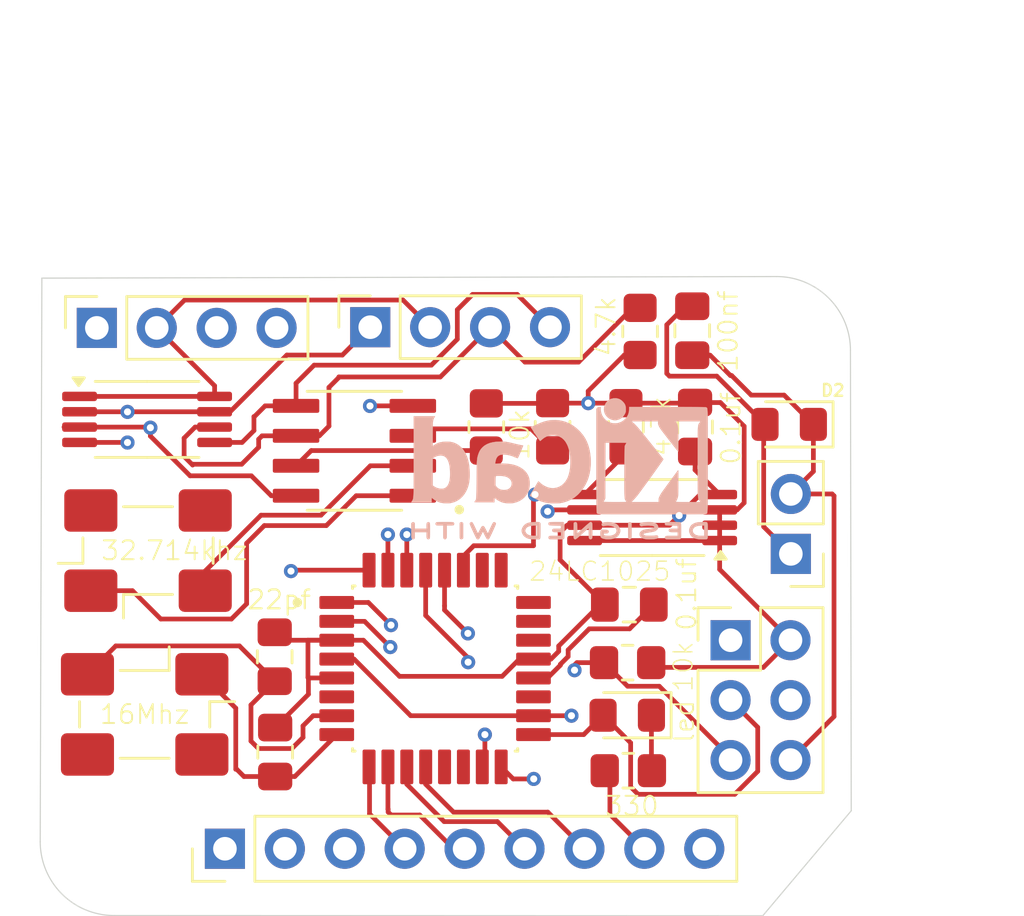
<source format=kicad_pcb>
(kicad_pcb (version 20241229) (generator "pcbnew") (generator_version "9.0")
  (title_block (title "MCU - 4 LAYER") (date "2025-07-26") (rev "R1") (company "ABHISHEK POKHRIYAL"))
  (layers (0 "F.Cu" signal) (4 "In1.Cu" signal) (6 "In2.Cu" signal) (2 "B.Cu" signal) (13 "F.Paste" user) (15 "B.Paste" user) (5 "F.SilkS" user "F.Silkscreen") (7 "B.SilkS" user "B.Silkscreen") (1 "F.Mask" user) (3 "B.Mask" user) (25 "Edge.Cuts" user))
  (net 0 "")
  (net 1 "GND")
  (net 2 "Net-(BT1-+)")
  (net 3 "Net-(U4-AREF)")
  (net 4 "/VCC")
  (net 5 "Net-(U4-PB6)")
  (net 6 "Net-(U4-PB7)")
  (net 7 "/SCL")
  (net 8 "Net-(D1-K)")
  (net 9 "/D7")
  (net 10 "/D8")
  (net 11 "/D5")
  (net 12 "/D2")
  (net 13 "/D4")
  (net 14 "/D6")
  (net 15 "/D3")
  (net 16 "/SDA")
  (net 17 "/TX")
  (net 18 "/RX")
  (net 19 "/MOSI")
  (net 20 "/RESET")
  (net 21 "/MISO")
  (net 22 "Net-(U3-~{INTA})")
  (net 23 "Net-(U3-SQW{slash}~INT)")
  (net 24 "Net-(U3-X1)")
  (net 25 "Net-(U3-X2)")
  (net 35 "/SCk")
  (footprint "Capacitor_SMD:C_0805_2012Metric_Pad1.18x1.45mm_HandSolder" (layer "F.Cu") (at 81.85 141.44 90)
    (property "Reference" "C4" (hide yes))
    (property "Value" "22pf" (at 2.42 0.19 180) (layer "F.SilkS") (effects (font (size 0.8 0.8) (thickness 0.09))))
    (pad "1" smd roundrect (at -1.0375 0 90) (size 1.175 1.45) (layers "F.Cu" "F.Mask" "F.Paste") (roundrect_rratio 0.212766) (net 5 "Net-(U4-PB6)"))
    (pad "2" smd roundrect (at 1.0375 0 90) (size 1.175 1.45) (layers "F.Cu" "F.Mask" "F.Paste") (roundrect_rratio 0.212766) (net 1 "GND"))
  )
  (footprint "LED_SMD:LED_0805_2012Metric_Pad1.15x1.40mm_HandSolder" (layer "F.Cu") (at 103.66 131.59 180)
    (property "Reference" "D2" (hide yes))
    (property "Value" "LED" (hide yes))
    (fp_text user "${REFERENCE}" (at -1.85 1.44 180) (layer "F.SilkS") (effects (font (size 0.5 0.5) (thickness 0.1) (bold yes))))
    (pad "1" smd roundrect (at -1.025 0 180) (size 1.15 1.4) (layers "F.Cu" "F.Mask" "F.Paste") (roundrect_rratio 0.217391) (net 1 "GND"))
    (pad "2" smd roundrect (at 1.025 0 180) (size 1.15 1.4) (layers "F.Cu" "F.Mask" "F.Paste") (roundrect_rratio 0.217391) (net 2 "Net-(BT1-+)"))
  )
  (footprint "Package_SO:TSSOP-8_4.4x3mm_P0.65mm" (layer "F.Cu") (at 97.85 135.54 180)
    (property "Reference" "U1" (hide yes))
    (property "Value" "24LC1025" (at 2.22 -2.28 180) (layer "F.SilkS") (effects (font (size 0.8 0.8) (thickness 0.06))))
    (pad "1" smd roundrect (at -2.8625 -0.975 180) (size 1.475 0.4) (layers "F.Cu" "F.Mask" "F.Paste") (net 4 "/VCC"))
    (pad "2" smd roundrect (at -2.8625 -0.325 180) (size 1.475 0.4) (layers "F.Cu" "F.Mask" "F.Paste") (net 4 "/VCC"))
    (pad "3" smd roundrect (at -2.8625 0.325 180) (size 1.475 0.4) (layers "F.Cu" "F.Mask" "F.Paste") (net 4 "/VCC"))
    (pad "4" smd roundrect (at -2.8625 0.975 180) (size 1.475 0.4) (layers "F.Cu" "F.Mask" "F.Paste") (net 1 "GND"))
    (pad "5" smd roundrect (at 2.8625 0.975 180) (size 1.475 0.4) (layers "F.Cu" "F.Mask" "F.Paste") (net 16 "/SDA"))
    (pad "6" smd roundrect (at 2.8625 0.325 180) (size 1.475 0.4) (layers "F.Cu" "F.Mask" "F.Paste") (net 7 "/SCL"))
    (pad "7" smd roundrect (at 2.8625 -0.325 180) (size 1.475 0.4) (layers "F.Cu" "F.Mask" "F.Paste") (net 1 "GND"))
    (pad "8" smd roundrect (at 2.8625 -0.975 180) (size 1.475 0.4) (layers "F.Cu" "F.Mask" "F.Paste") (net 4 "/VCC"))
  )
  (footprint "LED_SMD:LED_0805_2012Metric_Pad1.15x1.40mm_HandSolder" (layer "F.Cu") (at 96.795 143.92 180)
    (property "Reference" "D1" (hide yes))
    (property "Value" "led" (at -2.425 -0.26 90) (layer "F.SilkS") (effects (font (size 0.8 0.8) (thickness 0.08))))
    (pad "1" smd roundrect (at -1.025 0 180) (size 1.15 1.4) (layers "F.Cu" "F.Mask" "F.Paste") (roundrect_rratio 0.217391) (net 8 "Net-(D1-K)"))
    (pad "2" smd roundrect (at 1.025 0 180) (size 1.15 1.4) (layers "F.Cu" "F.Mask" "F.Paste") (roundrect_rratio 0.217391) (net 35 "/SCk"))
  )
  (footprint "Resistor_SMD:R_0805_2012Metric_Pad1.20x1.40mm_HandSolder" (layer "F.Cu") (at 96.81 141.69)
    (property "Reference" "R6" (hide yes))
    (property "Value" "10k" (at 2.36 0.17 90) (layer "F.SilkS") (effects (font (size 0.8 0.8) (thickness 0.06))))
    (pad "1" smd roundrect (at -1 0) (size 1.2 1.4) (layers "F.Cu" "F.Mask" "F.Paste") (roundrect_rratio 0.208333) (net 20 "/RESET"))
    (pad "2" smd roundrect (at 1 0) (size 1.2 1.4) (layers "F.Cu" "F.Mask" "F.Paste") (roundrect_rratio 0.208333) (net 4 "/VCC"))
  )
  (footprint "Capacitor_SMD:C_0805_2012Metric_Pad1.18x1.45mm_HandSolder" (layer "F.Cu") (at 99.55 127.62 90)
    (property "Reference" "C3" (hide yes))
    (property "Value" "100nf" (at -0.02 1.52 90) (layer "F.SilkS") (effects (font (size 0.8 0.8) (thickness 0.08))))
    (pad "1" smd roundrect (at -1.0375 0 90) (size 1.175 1.45) (layers "F.Cu" "F.Mask" "F.Paste") (roundrect_rratio 0.212766) (net 1 "GND"))
    (pad "2" smd roundrect (at 1.0375 0 90) (size 1.175 1.45) (layers "F.Cu" "F.Mask" "F.Paste") (roundrect_rratio 0.212766) (net 2 "Net-(BT1-+)"))
  )
  (footprint "MountingHole:MountingHole_2.1mm" (layer "F.Cu") (at 103.51 128.01)
    (property "Reference" "H1" (hide yes))
    (property "Value" "MountingHole" (hide yes))
    (pad "" np_thru_hole circle (at 0 0) (size 2.1 2.1) (drill 2.1) (layers "*.Cu" "*.Mask"))
  )
  (footprint "Connector_PinHeader_2.54mm:PinHeader_2x03_P2.54mm_Vertical" (layer "F.Cu") (at 101.175 140.74)
    (property "Reference" "J4" (hide yes))
    (property "Value" "Conn_02x03_Odd_Even" (hide yes))
    (pad "1" thru_hole rect (at 0 0) (size 1.7 1.7) (drill 1) (layers "*.Cu" "*.Mask") (net 21 "/MISO"))
    (pad "2" thru_hole circle (at 2.54 0) (size 1.7 1.7) (drill 1) (layers "*.Cu" "*.Mask") (net 4 "/VCC"))
    (pad "3" thru_hole circle (at 0 2.54) (size 1.7 1.7) (drill 1) (layers "*.Cu" "*.Mask") (net 35 "/SCk"))
    (pad "4" thru_hole circle (at 2.54 2.54) (size 1.7 1.7) (drill 1) (layers "*.Cu" "*.Mask") (net 19 "/MOSI"))
    (pad "5" thru_hole circle (at 0 5.08) (size 1.7 1.7) (drill 1) (layers "*.Cu" "*.Mask") (net 20 "/RESET"))
    (pad "6" thru_hole circle (at 2.54 5.08) (size 1.7 1.7) (drill 1) (layers "*.Cu" "*.Mask") (net 1 "GND"))
  )
  (footprint "Oscillator:Oscillator_SMD_Fordahl_DFAS15-4Pin_5.0x3.2mm_HandSoldering" (layer "F.Cu") (at 76.48 136.94)
    (property "Reference" "Y1" (hide yes))
    (property "Value" "32.714khz" (at 1.12 0 0) (layer "F.SilkS") (effects (font (size 0.8 0.8) (thickness 0.08))))
    (pad "1" smd roundrect (at -2.425 1.7) (size 2.25 1.8) (layers "F.Cu" "F.Mask" "F.Paste") (roundrect_rratio 0.138889) (net 24 "Net-(U3-X1)"))
    (pad "2" smd roundrect (at 2.425 1.7) (size 2.25 1.8) (layers "F.Cu" "F.Mask" "F.Paste") (roundrect_rratio 0.138889) (net 25 "Net-(U3-X2)"))
    (pad "3" smd roundrect (at 2.425 -1.7) (size 2.25 1.8) (layers "F.Cu" "F.Mask" "F.Paste") (roundrect_rratio 0.138889))
    (pad "4" smd roundrect (at -2.425 -1.7) (size 2.25 1.8) (layers "F.Cu" "F.Mask" "F.Paste") (roundrect_rratio 0.138889))
  )
  (footprint "Resistor_SMD:R_0805_2012Metric_Pad1.20x1.40mm_HandSolder" (layer "F.Cu") (at 93.63 131.69 90)
    (property "Reference" "R4" (hide yes))
    (property "Value" "10k" (hide yes))
    (pad "1" smd roundrect (at -1 0 90) (size 1.2 1.4) (layers "F.Cu" "F.Mask" "F.Paste") (roundrect_rratio 0.208333) (net 22 "Net-(U3-~{INTA})"))
    (pad "2" smd roundrect (at 1 0 90) (size 1.2 1.4) (layers "F.Cu" "F.Mask" "F.Paste") (roundrect_rratio 0.208333) (net 4 "/VCC"))
  )
  (footprint "MountingHole:MountingHole_2.1mm" (layer "F.Cu") (at 75.4 149.46)
    (property "Reference" "H2" (hide yes))
    (property "Value" "MountingHole" (hide yes))
    (pad "" np_thru_hole circle (at 0 0) (size 2.1 2.1) (drill 2.1) (layers "*.Cu" "*.Mask"))
  )
  (footprint "Resistor_SMD:R_0805_2012Metric_Pad1.20x1.40mm_HandSolder" (layer "F.Cu") (at 96.84 146.27)
    (property "Reference" "R2" (hide yes))
    (property "Value" "330" (at 0.15 1.5 180) (layer "F.SilkS") (effects (font (size 0.8 0.8) (thickness 0.08))))
    (pad "1" smd roundrect (at -1 0) (size 1.2 1.4) (layers "F.Cu" "F.Mask" "F.Paste") (roundrect_rratio 0.208333) (net 1 "GND"))
    (pad "2" smd roundrect (at 1 0) (size 1.2 1.4) (layers "F.Cu" "F.Mask" "F.Paste") (roundrect_rratio 0.208333) (net 8 "Net-(D1-K)"))
  )
  (footprint "Resistor_SMD:R_0805_2012Metric_Pad1.20x1.40mm_HandSolder" (layer "F.Cu") (at 97.34 127.65 -90)
    (property "Reference" "R7" (hide yes))
    (property "Value" "4.7k" (at -0.21 1.45 90) (layer "F.SilkS") (effects (font (size 0.8 0.8) (thickness 0.08))))
    (pad "1" smd roundrect (at -1 0 270) (size 1.2 1.4) (layers "F.Cu" "F.Mask" "F.Paste") (roundrect_rratio 0.208333) (net 7 "/SCL"))
    (pad "2" smd roundrect (at 1 0 270) (size 1.2 1.4) (layers "F.Cu" "F.Mask" "F.Paste") (roundrect_rratio 0.208333) (net 4 "/VCC"))
  )
  (footprint "Connector_PinSocket_2.54mm:PinSocket_1x04_P2.54mm_Vertical" (layer "F.Cu") (at 85.9 127.47 90)
    (property "Reference" "J2" (hide yes))
    (property "Value" "Conn_01x04_Pin" (hide yes))
    (pad "1" thru_hole rect (at 0 0 90) (size 1.7 1.7) (drill 1) (layers "*.Cu" "*.Mask") (net 1 "GND"))
    (pad "2" thru_hole circle (at 0 2.54 90) (size 1.7 1.7) (drill 1) (layers "*.Cu" "*.Mask") (net 4 "/VCC"))
    (pad "3" thru_hole circle (at 0 5.08 90) (size 1.7 1.7) (drill 1) (layers "*.Cu" "*.Mask") (net 7 "/SCL"))
    (pad "4" thru_hole circle (at 0 7.62 90) (size 1.7 1.7) (drill 1) (layers "*.Cu" "*.Mask") (net 16 "/SDA"))
  )
  (footprint "Package_SO:TSSOP-8_4.4x3mm_P0.65mm" (layer "F.Cu") (at 76.44 131.38)
    (property "Reference" "U2" (hide yes))
    (property "Value" "24LC1025" (hide yes))
    (pad "1" smd roundrect (at -2.8625 -0.975) (size 1.475 0.4) (layers "F.Cu" "F.Mask" "F.Paste") (net 4 "/VCC"))
    (pad "2" smd roundrect (at -2.8625 -0.325) (size 1.475 0.4) (layers "F.Cu" "F.Mask" "F.Paste") (net 1 "GND"))
    (pad "3" smd roundrect (at -2.8625 0.325) (size 1.475 0.4) (layers "F.Cu" "F.Mask" "F.Paste") (net 4 "/VCC"))
    (pad "4" smd roundrect (at -2.8625 0.975) (size 1.475 0.4) (layers "F.Cu" "F.Mask" "F.Paste") (net 1 "GND"))
    (pad "5" smd roundrect (at 2.8625 0.975) (size 1.475 0.4) (layers "F.Cu" "F.Mask" "F.Paste") (net 16 "/SDA"))
    (pad "6" smd roundrect (at 2.8625 0.325) (size 1.475 0.4) (layers "F.Cu" "F.Mask" "F.Paste") (net 7 "/SCL"))
    (pad "7" smd roundrect (at 2.8625 -0.325) (size 1.475 0.4) (layers "F.Cu" "F.Mask" "F.Paste") (net 1 "GND"))
    (pad "8" smd roundrect (at 2.8625 -0.975) (size 1.475 0.4) (layers "F.Cu" "F.Mask" "F.Paste") (net 4 "/VCC"))
  )
  (footprint "Resistor_SMD:R_0805_2012Metric_Pad1.20x1.40mm_HandSolder" (layer "F.Cu") (at 96.74 131.69 90)
    (property "Reference" "R3" (hide yes))
    (property "Value" "4.7k" (at 0.02 1.49 90) (layer "F.SilkS") (effects (font (size 0.8 0.8) (thickness 0.08))))
    (pad "1" smd roundrect (at -1 0 90) (size 1.2 1.4) (layers "F.Cu" "F.Mask" "F.Paste") (roundrect_rratio 0.208333) (net 16 "/SDA"))
    (pad "2" smd roundrect (at 1 0 90) (size 1.2 1.4) (layers "F.Cu" "F.Mask" "F.Paste") (roundrect_rratio 0.208333) (net 4 "/VCC"))
  )
  (footprint "DS1337S_:SOIC127P600X175-8N" (layer "F.Cu") (at 85.23 132.71 180)
    (property "Reference" "U3" (hide yes))
    (property "Value" "DS1337S_" (hide yes))
    (pad "1" smd roundrect (at -2.475 -1.905 180) (size 1.97 0.59) (layers "F.Cu" "F.Mask" "F.Paste") (roundrect_rratio 0.125) (net 24 "Net-(U3-X1)"))
    (pad "2" smd roundrect (at -2.475 -0.635 180) (size 1.97 0.59) (layers "F.Cu" "F.Mask" "F.Paste") (roundrect_rratio 0.125) (net 25 "Net-(U3-X2)"))
    (pad "3" smd roundrect (at -2.475 0.635 180) (size 1.97 0.59) (layers "F.Cu" "F.Mask" "F.Paste") (roundrect_rratio 0.125) (net 22 "Net-(U3-~{INTA})"))
    (pad "4" smd roundrect (at -2.475 1.905 180) (size 1.97 0.59) (layers "F.Cu" "F.Mask" "F.Paste") (roundrect_rratio 0.125) (net 1 "GND"))
    (pad "5" smd roundrect (at 2.475 1.905 180) (size 1.97 0.59) (layers "F.Cu" "F.Mask" "F.Paste") (roundrect_rratio 0.125) (net 16 "/SDA"))
    (pad "6" smd roundrect (at 2.475 0.635 180) (size 1.97 0.59) (layers "F.Cu" "F.Mask" "F.Paste") (roundrect_rratio 0.125) (net 7 "/SCL"))
    (pad "7" smd roundrect (at 2.475 -0.635 180) (size 1.97 0.59) (layers "F.Cu" "F.Mask" "F.Paste") (roundrect_rratio 0.125) (net 23 "Net-(U3-SQW{slash}~INT)"))
    (pad "8" smd roundrect (at 2.475 -1.905 180) (size 1.97 0.59) (layers "F.Cu" "F.Mask" "F.Paste") (roundrect_rratio 0.125) (net 4 "/VCC"))
  )
  (footprint "Capacitor_SMD:C_0805_2012Metric_Pad1.18x1.45mm_HandSolder" (layer "F.Cu") (at 99.67 131.7025 90)
    (property "Reference" "C2" (hide yes))
    (property "Value" "0.1uf" (at -0.0575 1.52 90) (layer "F.SilkS") (effects (font (size 0.8 0.8) (thickness 0.08))))
    (pad "1" smd roundrect (at -1.0375 0 90) (size 1.175 1.45) (layers "F.Cu" "F.Mask" "F.Paste") (roundrect_rratio 0.212766) (net 1 "GND"))
    (pad "2" smd roundrect (at 1.0375 0 90) (size 1.175 1.45) (layers "F.Cu" "F.Mask" "F.Paste") (roundrect_rratio 0.212766) (net 4 "/VCC"))
  )
  (footprint "Resistor_SMD:R_0805_2012Metric_Pad1.20x1.40mm_HandSolder" (layer "F.Cu") (at 90.82 131.7 90)
    (property "Reference" "R5" (hide yes))
    (property "Value" "10k" (at -0.32 1.42 270) (layer "F.SilkS") (effects (font (size 0.8 0.8) (thickness 0.08))))
    (pad "1" smd roundrect (at -1 0 90) (size 1.2 1.4) (layers "F.Cu" "F.Mask" "F.Paste") (roundrect_rratio 0.208333) (net 23 "Net-(U3-SQW{slash}~INT)"))
    (pad "2" smd roundrect (at 1 0 90) (size 1.2 1.4) (layers "F.Cu" "F.Mask" "F.Paste") (roundrect_rratio 0.208333) (net 4 "/VCC"))
  )
  (footprint "Connector_PinHeader_2.54mm:PinHeader_1x09_P2.54mm_Vertical" (layer "F.Cu") (at 79.74 149.58 90)
    (property "Reference" "J1" (hide yes))
    (property "Value" "Conn_01x09_Pin" (hide yes))
    (pad "1" thru_hole rect (at 0 0 90) (size 1.7 1.7) (drill 1) (layers "*.Cu" "*.Mask") (net 12 "/D2"))
    (pad "2" thru_hole circle (at 0 2.54 90) (size 1.7 1.7) (drill 1) (layers "*.Cu" "*.Mask") (net 15 "/D3"))
    (pad "3" thru_hole circle (at 0 5.08 90) (size 1.7 1.7) (drill 1) (layers "*.Cu" "*.Mask") (net 13 "/D4"))
    (pad "4" thru_hole circle (at 0 7.62 90) (size 1.7 1.7) (drill 1) (layers "*.Cu" "*.Mask") (net 11 "/D5"))
    (pad "5" thru_hole circle (at 0 10.16 90) (size 1.7 1.7) (drill 1) (layers "*.Cu" "*.Mask") (net 14 "/D6"))
    (pad "6" thru_hole circle (at 0 12.7 90) (size 1.7 1.7) (drill 1) (layers "*.Cu" "*.Mask") (net 9 "/D7"))
    (pad "7" thru_hole circle (at 0 15.24 90) (size 1.7 1.7) (drill 1) (layers "*.Cu" "*.Mask") (net 10 "/D8"))
    (pad "8" thru_hole circle (at 0 17.78 90) (size 1.7 1.7) (drill 1) (layers "*.Cu" "*.Mask") (net 1 "GND"))
    (pad "9" thru_hole circle (at 0 20.32 90) (size 1.7 1.7) (drill 1) (layers "*.Cu" "*.Mask") (net 4 "/VCC"))
  )
  (footprint "ATMEGA328P-AU:QFP80P900X900X120-32N" (layer "F.Cu") (at 88.65 141.94)
    (property "Reference" "U4" (hide yes))
    (property "Value" "ATMEGA328P-AU" (hide yes))
    (pad "1" smd roundrect (at -4.17 -2.8) (size 1.47 0.55) (layers "F.Cu" "F.Mask" "F.Paste") (roundrect_rratio 0.125) (net 15 "/D3"))
    (pad "2" smd roundrect (at -4.17 -2) (size 1.47 0.55) (layers "F.Cu" "F.Mask" "F.Paste") (roundrect_rratio 0.125) (net 13 "/D4"))
    (pad "3" smd roundrect (at -4.17 -1.2) (size 1.47 0.55) (layers "F.Cu" "F.Mask" "F.Paste") (roundrect_rratio 0.125) (net 1 "GND"))
    (pad "4" smd roundrect (at -4.17 -0.4) (size 1.47 0.55) (layers "F.Cu" "F.Mask" "F.Paste") (roundrect_rratio 0.125) (net 2 "Net-(BT1-+)"))
    (pad "5" smd roundrect (at -4.17 0.4) (size 1.47 0.55) (layers "F.Cu" "F.Mask" "F.Paste") (roundrect_rratio 0.125) (net 1 "GND"))
    (pad "6" smd roundrect (at -4.17 1.2) (size 1.47 0.55) (layers "F.Cu" "F.Mask" "F.Paste") (roundrect_rratio 0.125))
    (pad "7" smd roundrect (at -4.17 2) (size 1.47 0.55) (layers "F.Cu" "F.Mask" "F.Paste") (roundrect_rratio 0.125) (net 5 "Net-(U4-PB6)"))
    (pad "8" smd roundrect (at -4.17 2.8) (size 1.47 0.55) (layers "F.Cu" "F.Mask" "F.Paste") (roundrect_rratio 0.125) (net 6 "Net-(U4-PB7)"))
    (pad "9" smd roundrect (at -2.8 4.17) (size 0.55 1.47) (layers "F.Cu" "F.Mask" "F.Paste") (roundrect_rratio 0.125) (net 11 "/D5"))
    (pad "10" smd roundrect (at -2 4.17) (size 0.55 1.47) (layers "F.Cu" "F.Mask" "F.Paste") (roundrect_rratio 0.125) (net 14 "/D6"))
    (pad "11" smd roundrect (at -1.2 4.17) (size 0.55 1.47) (layers "F.Cu" "F.Mask" "F.Paste") (roundrect_rratio 0.125) (net 9 "/D7"))
    (pad "12" smd roundrect (at -0.4 4.17) (size 0.55 1.47) (layers "F.Cu" "F.Mask" "F.Paste") (roundrect_rratio 0.125) (net 10 "/D8"))
    (pad "13" smd roundrect (at 0.4 4.17) (size 0.55 1.47) (layers "F.Cu" "F.Mask" "F.Paste") (roundrect_rratio 0.125))
    (pad "14" smd roundrect (at 1.2 4.17) (size 0.55 1.47) (layers "F.Cu" "F.Mask" "F.Paste") (roundrect_rratio 0.125))
    (pad "15" smd roundrect (at 2 4.17) (size 0.55 1.47) (layers "F.Cu" "F.Mask" "F.Paste") (roundrect_rratio 0.125) (net 19 "/MOSI"))
    (pad "16" smd roundrect (at 2.8 4.17) (size 0.55 1.47) (layers "F.Cu" "F.Mask" "F.Paste") (roundrect_rratio 0.125) (net 21 "/MISO"))
    (pad "17" smd roundrect (at 4.17 2.8) (size 1.47 0.55) (layers "F.Cu" "F.Mask" "F.Paste") (roundrect_rratio 0.125) (net 35 "/SCk"))
    (pad "18" smd roundrect (at 4.17 2) (size 1.47 0.55) (layers "F.Cu" "F.Mask" "F.Paste") (roundrect_rratio 0.125) (net 2 "Net-(BT1-+)"))
    (pad "19" smd roundrect (at 4.17 1.2) (size 1.47 0.55) (layers "F.Cu" "F.Mask" "F.Paste") (roundrect_rratio 0.125))
    (pad "20" smd roundrect (at 4.17 0.4) (size 1.47 0.55) (layers "F.Cu" "F.Mask" "F.Paste") (roundrect_rratio 0.125) (net 3 "Net-(U4-AREF)"))
    (pad "21" smd roundrect (at 4.17 -0.4) (size 1.47 0.55) (layers "F.Cu" "F.Mask" "F.Paste") (roundrect_rratio 0.125) (net 1 "GND"))
    (pad "22" smd roundrect (at 4.17 -1.2) (size 1.47 0.55) (layers "F.Cu" "F.Mask" "F.Paste") (roundrect_rratio 0.125))
    (pad "23" smd roundrect (at 4.17 -2) (size 1.47 0.55) (layers "F.Cu" "F.Mask" "F.Paste") (roundrect_rratio 0.125))
    (pad "24" smd roundrect (at 4.17 -2.8) (size 1.47 0.55) (layers "F.Cu" "F.Mask" "F.Paste") (roundrect_rratio 0.125))
    (pad "25" smd roundrect (at 2.8 -4.17) (size 0.55 1.47) (layers "F.Cu" "F.Mask" "F.Paste") (roundrect_rratio 0.125))
    (pad "26" smd roundrect (at 2 -4.17) (size 0.55 1.47) (layers "F.Cu" "F.Mask" "F.Paste") (roundrect_rratio 0.125))
    (pad "27" smd roundrect (at 1.2 -4.17) (size 0.55 1.47) (layers "F.Cu" "F.Mask" "F.Paste") (roundrect_rratio 0.125) (net 16 "/SDA"))
    (pad "28" smd roundrect (at 0.4 -4.17) (size 0.55 1.47) (layers "F.Cu" "F.Mask" "F.Paste") (roundrect_rratio 0.125) (net 7 "/SCL"))
    (pad "29" smd roundrect (at -0.4 -4.17) (size 0.55 1.47) (layers "F.Cu" "F.Mask" "F.Paste") (roundrect_rratio 0.125) (net 20 "/RESET"))
    (pad "30" smd roundrect (at -1.2 -4.17) (size 0.55 1.47) (layers "F.Cu" "F.Mask" "F.Paste") (roundrect_rratio 0.125) (net 17 "/TX"))
    (pad "31" smd roundrect (at -2 -4.17) (size 0.55 1.47) (layers "F.Cu" "F.Mask" "F.Paste") (roundrect_rratio 0.125) (net 18 "/RX"))
    (pad "32" smd roundrect (at -2.8 -4.17) (size 0.55 1.47) (layers "F.Cu" "F.Mask" "F.Paste") (roundrect_rratio 0.125) (net 12 "/D2"))
  )
  (footprint "Oscillator:Oscillator_SMD_Fordahl_DFAS15-4Pin_5.0x3.2mm_HandSoldering" (layer "F.Cu") (at 76.3375 143.8825 180)
    (property "Reference" "Y2" (hide yes))
    (property "Value" "16Mhz" (at 0 0 0) (layer "F.SilkS") (effects (font (size 0.8 0.8) (thickness 0.08))))
    (pad "1" smd roundrect (at -2.425 1.7 180) (size 2.25 1.8) (layers "F.Cu" "F.Mask" "F.Paste") (roundrect_rratio 0.138889) (net 6 "Net-(U4-PB7)"))
    (pad "2" smd roundrect (at 2.425 1.7 180) (size 2.25 1.8) (layers "F.Cu" "F.Mask" "F.Paste") (roundrect_rratio 0.138889) (net 5 "Net-(U4-PB6)"))
    (pad "3" smd roundrect (at 2.425 -1.7 180) (size 2.25 1.8) (layers "F.Cu" "F.Mask" "F.Paste") (roundrect_rratio 0.138889))
    (pad "4" smd roundrect (at -2.425 -1.7 180) (size 2.25 1.8) (layers "F.Cu" "F.Mask" "F.Paste") (roundrect_rratio 0.138889))
  )
  (footprint "Capacitor_SMD:C_0805_2012Metric_Pad1.18x1.45mm_HandSolder" (layer "F.Cu") (at 81.87 145.48 -90)
    (property "Reference" "C5" (hide yes))
    (property "Value" "22pf" (hide yes))
    (pad "1" smd roundrect (at -1.0375 0 270) (size 1.175 1.45) (layers "F.Cu" "F.Mask" "F.Paste") (roundrect_rratio 0.212766) (net 1 "GND"))
    (pad "2" smd roundrect (at 1.0375 0 270) (size 1.175 1.45) (layers "F.Cu" "F.Mask" "F.Paste") (roundrect_rratio 0.212766) (net 6 "Net-(U4-PB7)"))
  )
  (footprint "Connector_PinSocket_2.54mm:PinSocket_1x04_P2.54mm_Vertical" (layer "F.Cu") (at 74.31 127.5 90)
    (property "Reference" "J3" (hide yes))
    (property "Value" "Conn_01x04_Pin" (hide yes))
    (pad "1" thru_hole rect (at 0 0 90) (size 1.7 1.7) (drill 1) (layers "*.Cu" "*.Mask") (net 1 "GND"))
    (pad "2" thru_hole circle (at 0 2.54 90) (size 1.7 1.7) (drill 1) (layers "*.Cu" "*.Mask") (net 4 "/VCC"))
    (pad "3" thru_hole circle (at 0 5.08 90) (size 1.7 1.7) (drill 1) (layers "*.Cu" "*.Mask") (net 18 "/RX"))
    (pad "4" thru_hole circle (at 0 7.62 90) (size 1.7 1.7) (drill 1) (layers "*.Cu" "*.Mask") (net 17 "/TX"))
  )
  (footprint "Capacitor_SMD:C_0805_2012Metric_Pad1.18x1.45mm_HandSolder" (layer "F.Cu") (at 96.8825 139.23)
    (property "Reference" "C1" (hide yes))
    (property "Value" "0.1uf" (at 2.4275 -0.43 90) (layer "F.SilkS") (effects (font (size 0.8 0.8) (thickness 0.08))))
    (pad "1" smd roundrect (at -1.0375 0) (size 1.175 1.45) (layers "F.Cu" "F.Mask" "F.Paste") (roundrect_rratio 0.212766) (net 1 "GND"))
    (pad "2" smd roundrect (at 1.0375 0) (size 1.175 1.45) (layers "F.Cu" "F.Mask" "F.Paste") (roundrect_rratio 0.212766) (net 3 "Net-(U4-AREF)"))
  )
  (footprint "Connector_PinHeader_2.54mm:PinHeader_1x02_P2.54mm_Vertical" (layer "F.Cu") (at 103.73 137.08 180)
    (property "Reference" "BT1" (hide yes))
    (property "Value" "Battery" (hide yes))
    (pad "1" thru_hole rect (at 0 0 180) (size 1.7 1.7) (drill 1) (layers "*.Cu" "*.Mask") (net 2 "Net-(BT1-+)"))
    (pad "2" thru_hole circle (at 0 2.54 180) (size 1.7 1.7) (drill 1) (layers "*.Cu" "*.Mask") (net 1 "GND"))
  )
  (footprint "Symbol:KiCad-Logo2_5mm_SilkScreen" (layer "B.Cu") (at 93.93 133.46 180)
    (property "Reference" "REF**" (hide yes))
    (property "Value" "KiCad-Logo2_5mm_SilkScreen" (hide yes))
  )
  (gr_arc (start 103.126756 125.323244) (mid 105.34 126.24) (end 106.256756 128.453244) (stroke (width 0.05)) (layer "Edge.Cuts"))
  (gr_line (start 71.98 125.39) (end 103.126756 125.323244) (stroke (width 0.05)) (layer "Edge.Cuts"))
  (gr_line (start 106.29 147.97) (end 102.54 152.42) (stroke (width 0.05)) (layer "Edge.Cuts"))
  (gr_arc (start 75.04 152.41) (mid 72.826756 151.493244) (end 71.91 149.28) (stroke (width 0.05)) (layer "Edge.Cuts"))
  (gr_line (start 71.91 149.28) (end 71.98 125.39) (stroke (width 0.05)) (layer "Edge.Cuts"))
  (gr_line (start 106.256756 128.45325) (end 106.29 147.97) (stroke (width 0.05)) (layer "Edge.Cuts"))
  (gr_line (start 102.54 152.42) (end 75.04 152.41) (stroke (width 0.05)) (layer "Edge.Cuts"))
  (segment (start 85.795 130.805) (end 85.885 130.805) (width 0.2) (layer "F.Cu") (net 1))
  (segment (start 85.610057 140.74) (end 87.141057 142.271) (width 0.2) (layer "F.Cu") (net 1))
  (segment (start 101.22 129.52) (end 102.05 130.35) (width 0.2) (layer "F.Cu") (net 1))
  (segment (start 75.605 132.355) (end 75.61 132.36) (width 0.2) (layer "F.Cu") (net 1))
  (segment (start 100.3075 128.6575) (end 101.17 129.52) (width 0.2) (layer "F.Cu") (net 1))
  (segment (start 87.705 130.805) (end 85.795 130.805) (width 0.2) (layer "F.Cu") (net 1))
  (segment (start 93.56 141.54) (end 93.889 141.211) (width 0.2) (layer "F.Cu") (net 1))
  (segment (start 82.36387 128.651) (end 79.95987 131.055) (width 0.2) (layer "F.Cu") (net 1))
  (segment (start 81.87 144.4425) (end 83.28 143.0325) (width 0.2) (layer "F.Cu") (net 1))
  (segment (start 83.28 142.34) (end 84.48 142.34) (width 0.2) (layer "F.Cu") (net 1))
  (segment (start 102.05 130.35) (end 103.445 130.35) (width 0.2) (layer "F.Cu") (net 1))
  (segment (start 103.73 134.54) (end 105.48 134.54) (width 0.2) (layer "F.Cu") (net 1))
  (segment (start 103.445 130.35) (end 104.685 131.59) (width 0.2) (layer "F.Cu") (net 1))
  (segment (start 99.885 134.565) (end 100.7125 134.565) (width 0.2) (layer "F.Cu") (net 1))
  (segment (start 99.55 128.6575) (end 100.3075 128.6575) (width 0.2) (layer "F.Cu") (net 1))
  (segment (start 96.06 148.12) (end 97.52 149.58) (width 0.2) (layer "F.Cu") (net 1))
  (segment (start 96.06 146.49) (end 96.06 148.12) (width 0.2) (layer "F.Cu") (net 1))
  (segment (start 92.222688 141.54) (end 92.82 141.54) (width 0.2) (layer "F.Cu") (net 1))
  (segment (start 83.25 140.74) (end 83.26 140.75) (width 0.2) (layer "F.Cu") (net 1))
  (segment (start 91.491688 142.271) (end 92.222688 141.54) (width 0.2) (layer "F.Cu") (net 1))
  (segment (start 98.995 135.455) (end 99.035 135.415) (width 0.2) (layer "F.Cu") (net 1))
  (segment (start 83.26 142.32) (end 83.28 142.34) (width 0.2) (layer "F.Cu") (net 1))
  (segment (start 93.889 140.9839) (end 95.6429 139.23) (width 0.2) (layer "F.Cu") (net 1))
  (segment (start 99.67 132.74) (end 99.67 133.5225) (width 0.2) (layer "F.Cu") (net 1))
  (segment (start 95.84 146.27) (end 96.06 146.49) (width 0.2) (layer "F.Cu") (net 1))
  (segment (start 99.67 128.61) (end 99.91 128.37) (width 0.2) (layer "F.Cu") (net 1))
  (segment (start 94.9875 135.865) (end 98.585 135.865) (width 0.2) (layer "F.Cu") (net 1))
  (segment (start 84.48 140.74) (end 85.610057 140.74) (width 0.2) (layer "F.Cu") (net 1))
  (segment (start 105.56 134.62) (end 105.56 143.975) (width 0.2) (layer "F.Cu") (net 1))
  (segment (start 81.85 140.4025) (end 82.1875 140.74) (width 0.2) (layer "F.Cu") (net 1))
  (segment (start 92.82 141.54) (end 93.56 141.54) (width 0.2) (layer "F.Cu") (net 1))
  (segment (start 104.685 133.585) (end 103.73 134.54) (width 0.2) (layer "F.Cu") (net 1))
  (segment (start 93.949 137.334) (end 93.949 136.166001) (width 0.2) (layer "F.Cu") (net 1))
  (segment (start 85.885 130.805) (end 85.89 130.81) (width 0.2) (layer "F.Cu") (net 1))
  (segment (start 75.6 131.055) (end 73.5775 131.055) (width 0.2) (layer "F.Cu") (net 1))
  (segment (start 82.1875 140.74) (end 84.48 140.74) (width 0.2) (layer "F.Cu") (net 1))
  (segment (start 84.719 128.651) (end 82.36387 128.651) (width 0.2) (layer "F.Cu") (net 1))
  (segment (start 73.5775 132.355) (end 75.605 132.355) (width 0.2) (layer "F.Cu") (net 1))
  (segment (start 105.48 134.54) (end 105.56 134.62) (width 0.2) (layer "F.Cu") (net 1))
  (segment (start 95.6429 139.23) (end 95.845 139.23) (width 0.2) (layer "F.Cu") (net 1))
  (segment (start 101.17 129.52) (end 101.22 129.52) (width 0.2) (layer "F.Cu") (net 1))
  (segment (start 84.48 140.74) (end 83.25 140.74) (width 0.2) (layer "F.Cu") (net 1))
  (segment (start 79.95987 131.055) (end 79.3025 131.055) (width 0.2) (layer "F.Cu") (net 1))
  (segment (start 105.56 143.975) (end 103.715 145.82) (width 0.2) (layer "F.Cu") (net 1))
  (segment (start 83.26 140.75) (end 83.26 142.32) (width 0.2) (layer "F.Cu") (net 1))
  (segment (start 98.585 135.865) (end 99.035 135.415) (width 0.2) (layer "F.Cu") (net 1))
  (segment (start 87.141057 142.271) (end 91.491688 142.271) (width 0.2) (layer "F.Cu") (net 1))
  (segment (start 104.685 131.59) (end 104.685 133.585) (width 0.2) (layer "F.Cu") (net 1))
  (segment (start 99.67 133.5225) (end 100.7125 134.565) (width 0.2) (layer "F.Cu") (net 1))
  (segment (start 99.035 135.415) (end 99.885 134.565) (width 0.2) (layer "F.Cu") (net 1))
  (segment (start 79.3025 131.055) (end 75.6 131.055) (width 0.2) (layer "F.Cu") (net 1))
  (segment (start 94.250001 135.865) (end 94.9875 135.865) (width 0.2) (layer "F.Cu") (net 1))
  (segment (start 73.5775 131.055) (end 74.23487 131.055) (width 0.2) (layer "F.Cu") (net 1))
  (segment (start 85.9 127.47) (end 84.719 128.651) (width 0.2) (layer "F.Cu") (net 1))
  (segment (start 83.28 143.0325) (end 83.28 142.34) (width 0.2) (layer "F.Cu") (net 1))
  (segment (start 93.889 141.211) (end 93.889 140.9839) (width 0.2) (layer "F.Cu") (net 1))
  (segment (start 95.845 139.23) (end 93.949 137.334) (width 0.2) (layer "F.Cu") (net 1))
  (segment (start 93.949 136.166001) (end 94.250001 135.865) (width 0.2) (layer "F.Cu") (net 1))
  (via (at 75.61 132.36) (size 0.6) (drill 0.3) (layers "F.Cu" "B.Cu") (net 1))
  (via (at 98.995 135.455) (size 0.6) (drill 0.3) (layers "F.Cu" "B.Cu") (net 1))
  (via (at 85.89 130.81) (size 0.6) (drill 0.3) (layers "F.Cu" "B.Cu") (net 1))
  (via (at 75.61 131.06) (size 0.6) (drill 0.3) (layers "F.Cu" "B.Cu") (net 1))
  (segment (start 102.579 135.929) (end 103.73 137.08) (width 0.2) (layer "F.Cu") (net 2))
  (segment (start 87.615 143.94) (end 92.82 143.94) (width 0.2) (layer "F.Cu") (net 2))
  (segment (start 92.82 143.94) (end 94.43 143.94) (width 0.2) (layer "F.Cu") (net 2))
  (segment (start 102.635 131.59) (end 100.591 129.546) (width 0.2) (layer "F.Cu") (net 2))
  (segment (start 84.48 141.54) (end 85.215 141.54) (width 0.2) (layer "F.Cu") (net 2))
  (segment (start 102.579 131.646) (end 102.579 135.929) (width 0.2) (layer "F.Cu") (net 2))
  (segment (start 102.635 131.59) (end 102.579 131.646) (width 0.2) (layer "F.Cu") (net 2))
  (segment (start 98.47 129.43) (end 98.47 127.37) (width 0.2) (layer "F.Cu") (net 2))
  (segment (start 100.591 129.546) (end 98.586 129.546) (width 0.2) (layer "F.Cu") (net 2))
  (segment (start 98.47 127.37) (end 99.2575 126.5825) (width 0.2) (layer "F.Cu") (net 2))
  (segment (start 98.586 129.546) (end 98.47 129.43) (width 0.2) (layer "F.Cu") (net 2))
  (segment (start 85.215 141.54) (end 87.615 143.94) (width 0.2) (layer "F.Cu") (net 2))
  (segment (start 99.2575 126.5825) (end 99.55 126.5825) (width 0.2) (layer "F.Cu") (net 2))
  (via (at 94.43 143.94) (size 0.6) (drill 0.3) (layers "F.Cu" "B.Cu") (net 2))
  (segment (start 96.894 140.256) (end 95.184 140.256) (width 0.2) (layer "F.Cu") (net 3))
  (segment (start 93.959 141.798312) (end 93.417312 142.34) (width 0.2) (layer "F.Cu") (net 3))
  (segment (start 94.29 141.15) (end 94.29 141.430057) (width 0.2) (layer "F.Cu") (net 3))
  (segment (start 95.184 140.256) (end 94.29 141.15) (width 0.2) (layer "F.Cu") (net 3))
  (segment (start 93.959 141.761057) (end 93.959 141.798312) (width 0.2) (layer "F.Cu") (net 3))
  (segment (start 93.417312 142.34) (end 92.82 142.34) (width 0.2) (layer "F.Cu") (net 3))
  (segment (start 97.92 139.23) (end 96.894 140.256) (width 0.2) (layer "F.Cu") (net 3))
  (segment (start 94.29 141.430057) (end 93.959 141.761057) (width 0.2) (layer "F.Cu") (net 3))
  (segment (start 103.715 140.74) (end 100.7125 137.7375) (width 0.2) (layer "F.Cu") (net 4))
  (segment (start 76.85 127.5) (end 78.031 126.319) (width 0.2) (layer "F.Cu") (net 4))
  (segment (start 76.58 132.0871) (end 76.58 131.73) (width 0.2) (layer "F.Cu") (net 4))
  (segment (start 76.85 127.5) (end 79.3025 129.9525) (width 0.2) (layer "F.Cu") (net 4))
  (segment (start 79.3025 129.9525) (end 79.3025 130.405) (width 0.2) (layer "F.Cu") (net 4))
  (segment (start 98.011 141.891) (end 102.564 141.891) (width 0.2) (layer "F.Cu") (net 4))
  (segment (start 100.7125 135.865) (end 100.7125 136.515) (width 0.2) (layer "F.Cu") (net 4))
  (segment (start 96.67 128.65) (end 95.14 130.18) (width 0.2) (layer "F.Cu") (net 4))
  (segment (start 73.5775 131.705) (end 76.555 131.705) (width 0.2) (layer "F.Cu") (net 4))
  (segment (start 95.14 130.18) (end 95.14 130.69) (width 0.2) (layer "F.Cu") (net 4))
  (segment (start 73.5775 131.705) (end 72.92013 131.705) (width 0.2) (layer "F.Cu") (net 4))
  (segment (start 100.7125 137.7375) (end 100.7125 136.515) (width 0.2) (layer "F.Cu") (net 4))
  (segment (start 102.564 141.891) (end 103.715 140.74) (width 0.2) (layer "F.Cu") (net 4))
  (segment (start 99.645 130.69) (end 99.67 130.665) (width 0.2) (layer "F.Cu") (net 4))
  (segment (start 81.705 134.615) (end 82.755 134.615) (width 0.2) (layer "F.Cu") (net 4))
  (segment (start 90.82 130.7) (end 93.62 130.7) (width 0.2) (layer "F.Cu") (net 4))
  (segment (start 73.5775 130.405) (end 79.3025 130.405) (width 0.2) (layer "F.Cu") (net 4))
  (segment (start 100.7125 135.215) (end 100.7125 135.865) (width 0.2) (layer "F.Cu") (net 4))
  (segment (start 101.751 134.913999) (end 101.449999 135.215) (width 0.2) (layer "F.Cu") (net 4))
  (segment (start 100.745 130.665) (end 101.751 131.671) (width 0.2) (layer "F.Cu") (net 4))
  (segment (start 76.555 131.705) (end 76.58 131.73) (width 0.2) (layer "F.Cu") (net 4))
  (segment (start 97.81 141.69) (end 98.011 141.891) (width 0.2) (layer "F.Cu") (net 4))
  (segment (start 97.34 128.65) (end 96.67 128.65) (width 0.2) (layer "F.Cu") (net 4))
  (segment (start 78.2629 133.77) (end 76.58 132.0871) (width 0.2) (layer "F.Cu") (net 4))
  (segment (start 99.67 130.665) (end 100.745 130.665) (width 0.2) (layer "F.Cu") (net 4))
  (segment (start 101.751 131.671) (end 101.751 134.913999) (width 0.2) (layer "F.Cu") (net 4))
  (segment (start 78.031 126.319) (end 87.289 126.319) (width 0.2) (layer "F.Cu") (net 4))
  (segment (start 93.62 130.7) (end 93.63 130.69) (width 0.2) (layer "F.Cu") (net 4))
  (segment (start 100.7125 136.515) (end 94.9875 136.515) (width 0.2) (layer "F.Cu") (net 4))
  (segment (start 80.86 133.77) (end 78.2629 133.77) (width 0.2) (layer "F.Cu") (net 4))
  (segment (start 80.86 133.77) (end 81.705 134.615) (width 0.2) (layer "F.Cu") (net 4))
  (segment (start 93.63 130.69) (end 96.74 130.69) (width 0.2) (layer "F.Cu") (net 4))
  (segment (start 87.289 126.319) (end 88.44 127.47) (width 0.2) (layer "F.Cu") (net 4))
  (segment (start 101.449999 135.215) (end 100.7125 135.215) (width 0.2) (layer "F.Cu") (net 4))
  (segment (start 96.87 130.56) (end 96.74 130.69) (width 0.2) (layer "F.Cu") (net 4))
  (segment (start 96.74 130.69) (end 99.645 130.69) (width 0.2) (layer "F.Cu") (net 4))
  (via (at 95.14 130.69) (size 0.6) (drill 0.3) (layers "F.Cu" "B.Cu") (net 4))
  (via (at 76.58 131.73) (size 0.6) (drill 0.3) (layers "F.Cu" "B.Cu") (net 4))
  (segment (start 83.48 143.94) (end 84.48 143.94) (width 0.2) (layer "F.Cu") (net 5))
  (segment (start 84.425 143.885) (end 84.48 143.94) (width 0.2) (layer "F.Cu") (net 5))
  (segment (start 81.85 142.4775) (end 80.844 143.4835) (width 0.2) (layer "F.Cu") (net 5))
  (segment (start 83.05 144.86116) (end 83.05 144.37) (width 0.2) (layer "F.Cu") (net 5))
  (segment (start 80.844 145.01516) (end 81.15984 145.331) (width 0.2) (layer "F.Cu") (net 5))
  (segment (start 81.15984 145.331) (end 82.58016 145.331) (width 0.2) (layer "F.Cu") (net 5))
  (segment (start 82.58016 145.331) (end 83.05 144.86116) (width 0.2) (layer "F.Cu") (net 5))
  (segment (start 83.05 144.37) (end 83.48 143.94) (width 0.2) (layer "F.Cu") (net 5))
  (segment (start 80.844 143.4835) (end 80.844 145.01516) (width 0.2) (layer "F.Cu") (net 5))
  (segment (start 80.354 140.9815) (end 81.85 142.4775) (width 0.2) (layer "F.Cu") (net 5))
  (segment (start 75.1135 140.9815) (end 80.354 140.9815) (width 0.2) (layer "F.Cu") (net 5))
  (segment (start 75.1135 140.9815) (end 73.9125 142.1825) (width 0.2) (layer "F.Cu") (net 5))
  (segment (start 81.87 146.5175) (end 82.7025 146.5175) (width 0.2) (layer "F.Cu") (net 6))
  (segment (start 78.7625 142.1825) (end 78.76 142.185) (width 0.2) (layer "F.Cu") (net 6))
  (segment (start 80.5475 146.5175) (end 81.87 146.5175) (width 0.2) (layer "F.Cu") (net 6))
  (segment (start 78.7625 142.1825) (end 80.2 143.62) (width 0.2) (layer "F.Cu") (net 6))
  (segment (start 78.76 142.185) (end 78.76 142.96) (width 0.2) (layer "F.Cu") (net 6))
  (segment (start 80.24 146.21) (end 80.5475 146.5175) (width 0.2) (layer "F.Cu") (net 6))
  (segment (start 80.2 146.21) (end 80.24 146.21) (width 0.2) (layer "F.Cu") (net 6))
  (segment (start 82.7025 146.5175) (end 84.48 144.74) (width 0.2) (layer "F.Cu") (net 6))
  (segment (start 80.2 143.62) (end 80.2 146.21) (width 0.2) (layer "F.Cu") (net 6))
  (segment (start 78.37 133.31) (end 78.4 133.28) (width 0.2) (layer "F.Cu") (net 7))
  (segment (start 97.03 126.65) (end 97.34 126.65) (width 0.2) (layer "F.Cu") (net 7))
  (segment (start 94.45 128.95) (end 92.46 128.95) (width 0.2) (layer "F.Cu") (net 7))
  (segment (start 89.05 139.28) (end 89.05 139.46) (width 0.2) (layer "F.Cu") (net 7))
  (segment (start 93.46 135.215) (end 93.46 135.24) (width 0.2) (layer "F.Cu") (net 7))
  (segment (start 83.74 132.075) (end 82.755 132.075) (width 0.2) (layer "F.Cu") (net 7))
  (segment (start 80.45 133.28) (end 81.17 132.56) (width 0.2) (layer "F.Cu") (net 7))
  (segment (start 94.73 128.95) (end 97.03 126.65) (width 0.2) (layer "F.Cu") (net 7))
  (segment (start 78.01 132.17) (end 78.01 132.95) (width 0.2) (layer "F.Cu") (net 7))
  (segment (start 79.3025 131.705) (end 78.475 131.705) (width 0.2) (layer "F.Cu") (net 7))
  (segment (start 81.17 132.22) (end 81.315 132.075) (width 0.2) (layer "F.Cu") (net 7))
  (segment (start 84.15 130.02) (end 84.15 131.665) (width 0.2) (layer "F.Cu") (net 7))
  (segment (start 93.46 135.215) (end 94.9875 135.215) (width 0.2) (layer "F.Cu") (net 7))
  (segment (start 84.57 129.58) (end 84.57 129.6) (width 0.2) (layer "F.Cu") (net 7))
  (segment (start 90.98 127.47) (end 88.87 129.58) (width 0.2) (layer "F.Cu") (net 7))
  (segment (start 94.73 128.95) (end 94.45 128.95) (width 0.2) (layer "F.Cu") (net 7))
  (segment (start 94.59 128.95) (end 94.45 128.95) (width 0.2) (layer "F.Cu") (net 7))
  (segment (start 81.315 132.075) (end 82.755 132.075) (width 0.2) (layer "F.Cu") (net 7))
  (segment (start 89.05 137.77) (end 89.05 139.28) (width 0.2) (layer "F.Cu") (net 7))
  (segment (start 88.87 129.58) (end 84.57 129.58) (width 0.2) (layer "F.Cu") (net 7))
  (segment (start 78.4 133.28) (end 80.45 133.28) (width 0.2) (layer "F.Cu") (net 7))
  (segment (start 78.01 132.95) (end 78.37 133.31) (width 0.2) (layer "F.Cu") (net 7))
  (segment (start 84.57 129.6) (end 84.15 130.02) (width 0.2) (layer "F.Cu") (net 7))
  (segment (start 93.46 135.24) (end 93.42 135.28) (width 0.2) (layer "F.Cu") (net 7))
  (segment (start 81.17 132.56) (end 81.17 132.22) (width 0.2) (layer "F.Cu") (net 7))
  (segment (start 84.15 131.665) (end 83.74 132.075) (width 0.2) (layer "F.Cu") (net 7))
  (segment (start 92.46 128.95) (end 90.98 127.47) (width 0.2) (layer "F.Cu") (net 7))
  (segment (start 89.05 139.46) (end 90.04 140.45) (width 0.2) (layer "F.Cu") (net 7))
  (segment (start 78.475 131.705) (end 78.01 132.17) (width 0.2) (layer "F.Cu") (net 7))
  (via (at 90.04 140.45) (size 0.6) (drill 0.3) (layers "F.Cu" "B.Cu") (net 7))
  (via (at 93.42 135.28) (size 0.6) (drill 0.3) (layers "F.Cu" "B.Cu") (net 7))
  (segment (start 97.82 146.25) (end 97.84 146.27) (width 0.2) (layer "F.Cu") (net 8))
  (segment (start 97.82 143.92) (end 97.82 146.25) (width 0.2) (layer "F.Cu") (net 8))
  (segment (start 87.45 146.845) (end 89.034 148.429) (width 0.2) (layer "F.Cu") (net 9))
  (segment (start 91.289 148.429) (end 92.44 149.58) (width 0.2) (layer "F.Cu") (net 9))
  (segment (start 89.034 148.429) (end 91.289 148.429) (width 0.2) (layer "F.Cu") (net 9))
  (segment (start 87.45 146.11) (end 87.45 146.845) (width 0.2) (layer "F.Cu") (net 9))
  (segment (start 89.433 148.028) (end 93.428 148.028) (width 0.2) (layer "F.Cu") (net 10))
  (segment (start 93.428 148.028) (end 94.98 149.58) (width 0.2) (layer "F.Cu") (net 10))
  (segment (start 88.25 146.11) (end 88.25 146.845) (width 0.2) (layer "F.Cu") (net 10))
  (segment (start 88.25 146.845) (end 89.433 148.028) (width 0.2) (layer "F.Cu") (net 10))
  (segment (start 87.35 149.58) (end 87.36 149.58) (width 0.2) (layer "F.Cu") (net 11))
  (segment (start 85.87 146.13) (end 85.87 148.1) (width 0.2) (layer "F.Cu") (net 11))
  (segment (start 85.87 148.1) (end 87.35 149.58) (width 0.2) (layer "F.Cu") (net 11))
  (segment (start 85.85 146.11) (end 85.87 146.13) (width 0.2) (layer "F.Cu") (net 11))
  (segment (start 82.58 137.77) (end 82.54 137.81) (width 0.2) (layer "F.Cu") (net 12))
  (segment (start 85.85 137.77) (end 82.58 137.77) (width 0.2) (layer "F.Cu") (net 12))
  (via (at 82.54 137.81) (size 0.6) (drill 0.3) (layers "F.Cu" "B.Cu") (net 12))
  (segment (start 85.66 139.94) (end 86.75 141.03) (width 0.2) (layer "F.Cu") (net 13))
  (segment (start 84.48 139.94) (end 85.66 139.94) (width 0.2) (layer "F.Cu") (net 13))
  (via (at 86.75 141.03) (size 0.6) (drill 0.3) (layers "F.Cu" "B.Cu") (net 13))
  (segment (start 89.43 149.58) (end 89.9 149.58) (width 0.2) (layer "F.Cu") (net 14))
  (segment (start 86.66 148.024668) (end 86.785332 148.15) (width 0.2) (layer "F.Cu") (net 14))
  (segment (start 86.785332 148.15) (end 88 148.15) (width 0.2) (layer "F.Cu") (net 14))
  (segment (start 86.65 147.9) (end 86.66 147.91) (width 0.2) (layer "F.Cu") (net 14))
  (segment (start 86.66 147.91) (end 86.66 148.024668) (width 0.2) (layer "F.Cu") (net 14))
  (segment (start 86.65 146.11) (end 86.65 147.9) (width 0.2) (layer "F.Cu") (net 14))
  (segment (start 88 148.15) (end 89.43 149.58) (width 0.2) (layer "F.Cu") (net 14))
  (segment (start 85.82 139.14) (end 86.78 140.1) (width 0.2) (layer "F.Cu") (net 15))
  (segment (start 84.48 139.14) (end 85.82 139.14) (width 0.2) (layer "F.Cu") (net 15))
  (via (at 86.78 140.1) (size 0.6) (drill 0.3) (layers "F.Cu" "B.Cu") (net 15))
  (segment (start 83.52 129.08) (end 88.49 129.08) (width 0.2) (layer "F.Cu") (net 16))
  (segment (start 80.97 131.26) (end 80.99 131.26) (width 0.2) (layer "F.Cu") (net 16))
  (segment (start 82.755 129.845) (end 83.52 129.08) (width 0.2) (layer "F.Cu") (net 16))
  (segment (start 92.885057 134.565) (end 94.9875 134.565) (width 0.2) (layer "F.Cu") (net 16))
  (segment (start 80.4679 132.355) (end 80.97 131.8529) (width 0.2) (layer "F.Cu") (net 16))
  (segment (start 94.9875 134.565) (end 96.74 132.8125) (width 0.2) (layer "F.Cu") (net 16))
  (segment (start 89.85 137.77) (end 89.85 137.172688) (width 0.2) (layer "F.Cu") (net 16))
  (segment (start 90.24 126.08) (end 92.13 126.08) (width 0.2) (layer "F.Cu") (net 16))
  (segment (start 90.288688 136.734) (end 92.82 136.734) (width 0.2) (layer "F.Cu") (net 16))
  (segment (start 80.97 131.8529) (end 80.97 131.26) (width 0.2) (layer "F.Cu") (net 16))
  (segment (start 88.49 129.08) (end 89.591 127.979) (width 0.2) (layer "F.Cu") (net 16))
  (segment (start 94.9825 134.57) (end 94.9875 134.565) (width 0.2) (layer "F.Cu") (net 16))
  (segment (start 92.82 134.630057) (end 92.885057 134.565) (width 0.2) (layer "F.Cu") (net 16))
  (segment (start 80.99 131.26) (end 81.445 130.805) (width 0.2) (layer "F.Cu") (net 16))
  (segment (start 89.591 126.729) (end 90.24 126.08) (width 0.2) (layer "F.Cu") (net 16))
  (segment (start 96.74 132.8125) (end 96.74 132.69) (width 0.2) (layer "F.Cu") (net 16))
  (segment (start 89.591 127.979) (end 89.591 126.729) (width 0.2) (layer "F.Cu") (net 16))
  (segment (start 92.13 126.08) (end 93.52 127.47) (width 0.2) (layer "F.Cu") (net 16))
  (segment (start 79.3025 132.355) (end 80.4679 132.355) (width 0.2) (layer "F.Cu") (net 16))
  (segment (start 81.445 130.805) (end 82.755 130.805) (width 0.2) (layer "F.Cu") (net 16))
  (segment (start 82.755 130.805) (end 82.755 129.845) (width 0.2) (layer "F.Cu") (net 16))
  (segment (start 89.85 137.172688) (end 90.288688 136.734) (width 0.2) (layer "F.Cu") (net 16))
  (segment (start 92.82 136.734) (end 92.82 134.630057) (width 0.2) (layer "F.Cu") (net 16))
  (via (at 92.885057 134.565) (size 0.6) (drill 0.3) (layers "F.Cu" "B.Cu") (net 16))
  (segment (start 87.45 136.27) (end 87.44 136.26) (width 0.2) (layer "F.Cu") (net 17))
  (segment (start 87.45 137.77) (end 87.45 136.27) (width 0.2) (layer "F.Cu") (net 17))
  (segment (start 87.44 136.26) (end 87.450003 136.26) (width 0.2) (layer "F.Cu") (net 17))
  (via (at 87.450003 136.26) (size 0.6) (drill 0.3) (layers "F.Cu" "B.Cu") (net 17))
  (segment (start 86.68 136.23) (end 86.65 136.26) (width 0.2) (layer "F.Cu") (net 18))
  (segment (start 86.65 137.77) (end 86.65 136.26) (width 0.2) (layer "F.Cu") (net 18))
  (via (at 86.65 136.26) (size 0.6) (drill 0.3) (layers "F.Cu" "B.Cu") (net 18))
  (segment (start 90.76 146) (end 90.65 146.11) (width 0.2) (layer "F.Cu") (net 19))
  (segment (start 90.76 144.74) (end 90.76 146) (width 0.2) (layer "F.Cu") (net 19))
  (via (at 90.76 144.74) (size 0.6) (drill 0.3) (layers "F.Cu" "B.Cu") (net 19))
  (segment (start 101.175 145.82) (end 101.175 145.71384) (width 0.2) (layer "F.Cu") (net 20))
  (segment (start 88.25 139.69) (end 88.25 137.77) (width 0.2) (layer "F.Cu") (net 20))
  (segment (start 90.05 141.49) (end 88.25 139.69) (width 0.2) (layer "F.Cu") (net 20))
  (segment (start 90.05 141.671) (end 90.05 141.49) (width 0.2) (layer "F.Cu") (net 20))
  (segment (start 96.811 142.691) (end 95.81 141.69) (width 0.2) (layer "F.Cu") (net 20))
  (segment (start 94.56 141.79) (end 94.66 141.69) (width 0.2) (layer "F.Cu") (net 20))
  (segment (start 101.175 145.71384) (end 98.15216 142.691) (width 0.2) (layer "F.Cu") (net 20))
  (segment (start 94.66 141.69) (end 95.81 141.69) (width 0.2) (layer "F.Cu") (net 20))
  (segment (start 94.56 142.01) (end 94.56 141.79) (width 0.2) (layer "F.Cu") (net 20))
  (segment (start 98.15216 142.691) (end 96.811 142.691) (width 0.2) (layer "F.Cu") (net 20))
  (via (at 94.56 142.01) (size 0.6) (drill 0.3) (layers "F.Cu" "B.Cu") (net 20))
  (via (at 90.05 141.671) (size 0.6) (drill 0.3) (layers "F.Cu" "B.Cu") (net 20))
  (segment (start 91.96 146.62) (end 92.91 146.62) (width 0.2) (layer "F.Cu") (net 21))
  (segment (start 92.91 146.62) (end 92.83 146.62) (width 0.2) (layer "F.Cu") (net 21))
  (segment (start 91.45 146.11) (end 91.96 146.62) (width 0.2) (layer "F.Cu") (net 21))
  (via (at 92.83 146.62) (size 0.6) (drill 0.3) (layers "F.Cu" "B.Cu") (net 21))
  (segment (start 87.705 132.075) (end 88 131.78) (width 0.2) (layer "F.Cu") (net 22))
  (segment (start 92.72 131.78) (end 93.63 132.69) (width 0.2) (layer "F.Cu") (net 22))
  (segment (start 88 131.78) (end 92.72 131.78) (width 0.2) (layer "F.Cu") (net 22))
  (segment (start 90.82 132.7) (end 83.4 132.7) (width 0.2) (layer "F.Cu") (net 23))
  (segment (start 83.4 132.7) (end 82.755 133.345) (width 0.2) (layer "F.Cu") (net 23))
  (segment (start 84.04 135.88) (end 85.305 134.615) (width 0.2) (layer "F.Cu") (net 24))
  (segment (start 80.66 136.63) (end 81.41 135.88) (width 0.2) (layer "F.Cu") (net 24))
  (segment (start 74.055 138.64) (end 75.82 138.64) (width 0.2) (layer "F.Cu") (net 24))
  (segment (start 80.66 139.19616) (end 80.66 136.63) (width 0.2) (layer "F.Cu") (net 24))
  (segment (start 85.305 134.615) (end 87.705 134.615) (width 0.2) (layer "F.Cu") (net 24))
  (segment (start 81.41 135.88) (end 84.04 135.88) (width 0.2) (layer "F.Cu") (net 24))
  (segment (start 80.01516 139.841) (end 80.66 139.19616) (width 0.2) (layer "F.Cu") (net 24))
  (segment (start 75.82 138.64) (end 77.021 139.841) (width 0.2) (layer "F.Cu") (net 24))
  (segment (start 77.021 139.841) (end 80.01516 139.841) (width 0.2) (layer "F.Cu") (net 24))
  (segment (start 78.905 137.802973) (end 81.267973 135.44) (width 0.2) (layer "F.Cu") (net 25))
  (segment (start 83.81 135.44) (end 85.905 133.345) (width 0.2) (layer "F.Cu") (net 25))
  (segment (start 81.267973 135.44) (end 83.81 135.44) (width 0.2) (layer "F.Cu") (net 25))
  (segment (start 85.905 133.345) (end 87.705 133.345) (width 0.2) (layer "F.Cu") (net 25))
  (segment (start 78.905 138.64) (end 78.905 137.802973) (width 0.2) (layer "F.Cu") (net 25))
  (segment (start 95.77 143.92) (end 96.939 145.089) (width 0.2) (layer "F.Cu") (net 35))
  (segment (start 102.326 144.431) (end 101.175 143.28) (width 0.2) (layer "F.Cu") (net 35))
  (segment (start 94.95 144.74) (end 95.77 143.92) (width 0.2) (layer "F.Cu") (net 35))
  (segment (start 92.82 144.74) (end 94.95 144.74) (width 0.2) (layer "F.Cu") (net 35))
  (segment (start 102.326 146.29676) (end 102.326 144.431) (width 0.2) (layer "F.Cu") (net 35))
  (segment (start 96.939 145.089) (end 96.939 146.95516) (width 0.2) (layer "F.Cu") (net 35))
  (segment (start 97.25484 147.271) (end 101.35176 147.271) (width 0.2) (layer "F.Cu") (net 35))
  (segment (start 101.35176 147.271) (end 102.326 146.29676) (width 0.2) (layer "F.Cu") (net 35))
  (segment (start 96.939 146.95516) (end 97.25484 147.271) (width 0.2) (layer "F.Cu") (net 35))
)
</source>
